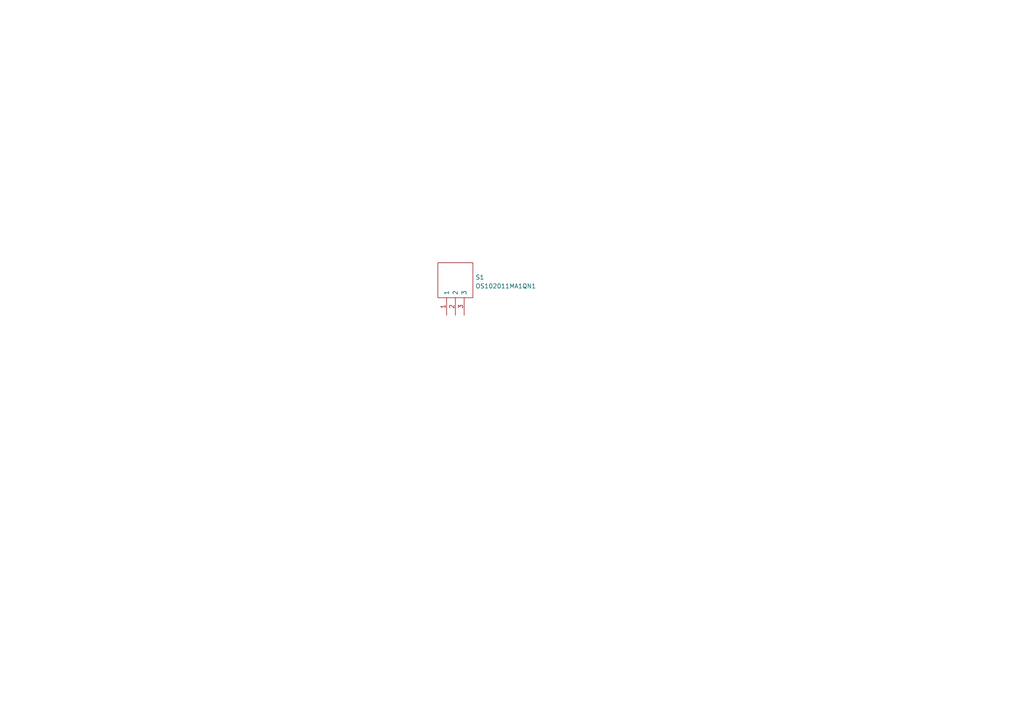
<source format=kicad_sch>
(kicad_sch (version 20211123) (generator eeschema)
  (paper "A4")
  (lib_symbols
    (symbol "Switches_CC:OS102011MA1QN1" (pin_names (offset 0.762))
      (property "Reference" "S" (at 8.89 20.32 0))
      (property "Value" "OS102011MA1QN1" (at 8.89 17.78 0))
      (symbol "OS102011MA1QN1_0_0"
        (pin passive line (at 0 0 90) (length 5.08) (name "1") (number "1"))
        (pin passive line (at 2.54 0 90) (length 5.08) (name "2") (number "2"))
        (pin passive line (at 5.08 0 90) (length 5.08) (name "3") (number "3"))
      )
      (symbol "OS102011MA1QN1_0_1"
        (polyline (pts (xy -2.54 15.24) (xy 7.62 15.24) (xy 7.62 5.08) (xy -2.54 5.08) (xy -2.54 15.24)) (stroke (width 0.1524)))
      )
    )
  )
  (symbol (lib_id "Switches_CC:OS102011MA1QN1") (at 129.54 91.44 0) (unit 1)
    (property "Reference" "S1" (at 137.8712 80.4453 0) (effects (justify left)))
    (property "Value" "OS102011MA1QN1" (at 137.8712 82.9822 0) (effects (justify left)))
    (property "Footprint" "Switches_CC:OS102011MA1QN1" (effects hide))
    (property "Datasheet" "http://www.ckswitches.com/media/1428/os.pdf" (effects hide))
    (property "Description" "Switch Slide Right Angle SPDT 0.1A 12VDC Through Hole Slide Switch SPDT On-On 0.1 A@ 12 V dc Slide" (effects hide))
    (property "Mouser Part Number" "611-OS102011MA1QN1" (effects hide))
    (property "Mouser Price/Stock" "https://www.mouser.co.uk/ProductDetail/CK/OS102011MA1QN1?qs=WtljUlYws5R6MUgHcLkz4w%3D%3D" (effects hide))
    (property "Manufacturer_Name" "C & K COMPONENTS" (effects hide))
    (property "Manufacturer_Part_Number" "OS102011MA1QN1" (effects hide))
  )
)
</source>
